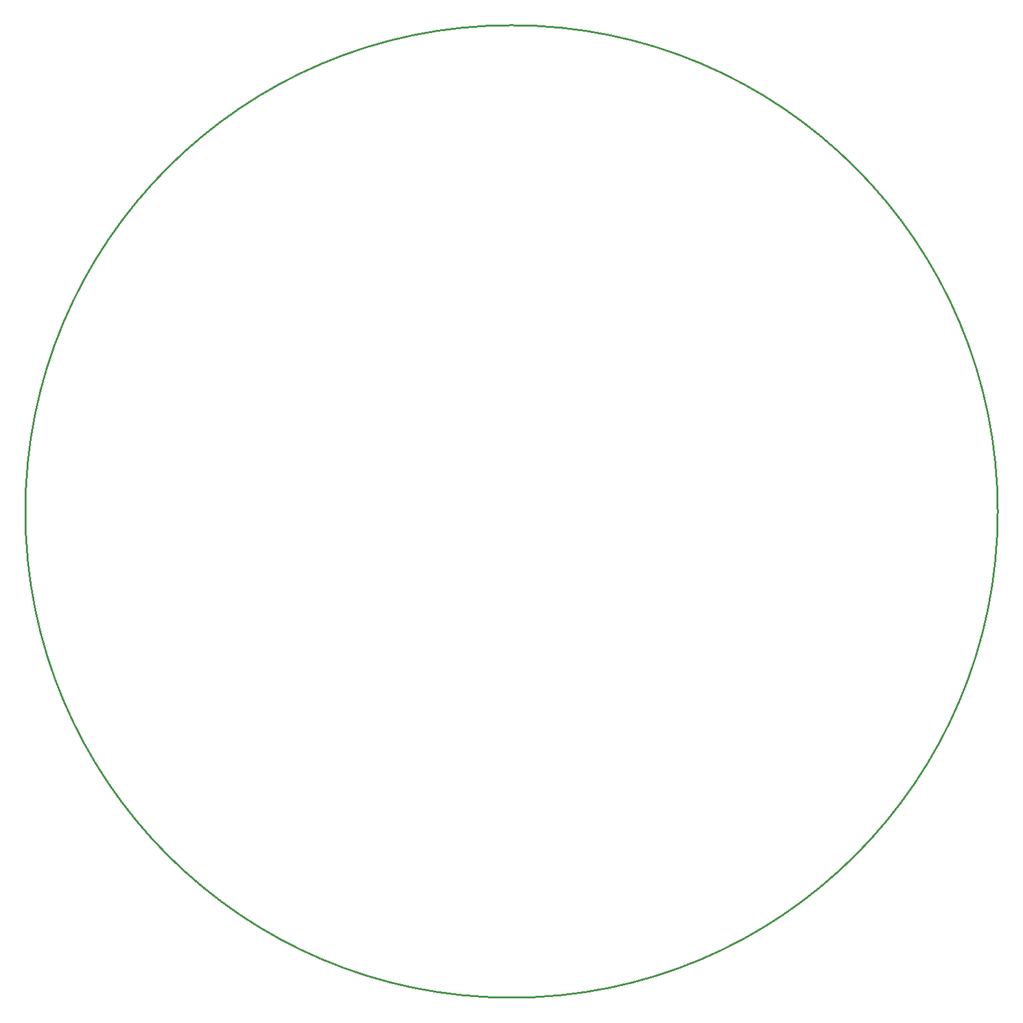
<source format=gm1>
G04 Layer_Color=16711935*
%FSTAX25Y25*%
%MOIN*%
G70*
G01*
G75*
%ADD78C,0.01000*%
D78*
X06745Y0469D02*
G03*
X06745Y0469I-025J0D01*
G01*
M02*

</source>
